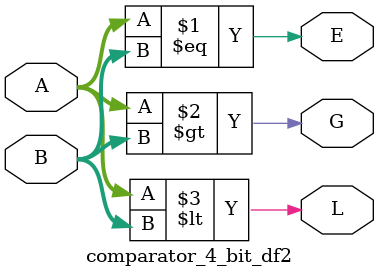
<source format=sv>
module comparator_4_bit_df2(A,B,E,G,L);

  input [3:0] A,B;
  output E,G,L;
  
  assign E = (A==B);
  assign G = (A>B);
  assign L = (A<B);
  
   // assign {E,G,L} = {A==B, A>B, A<B};
endmodule

</source>
